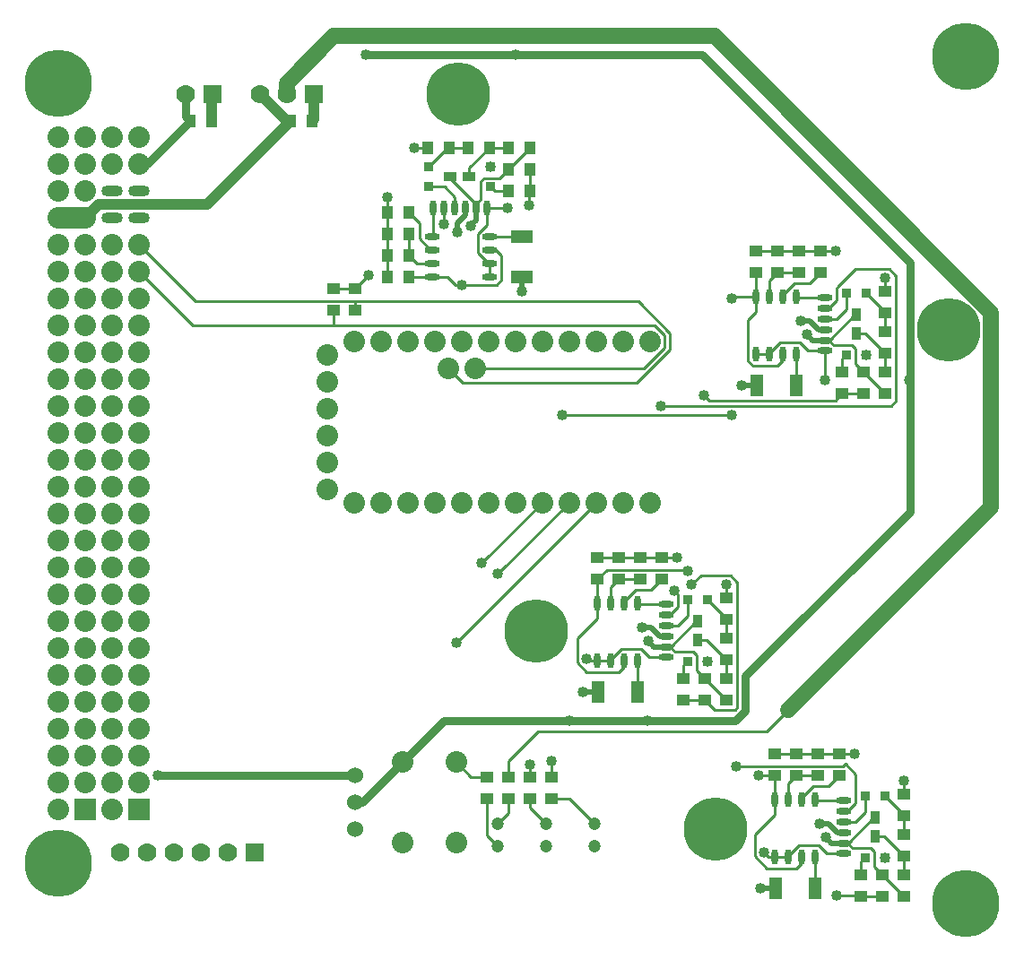
<source format=gtl>
G04 Layer_Physical_Order=1*
G04 Layer_Color=255*
%FSLAX25Y25*%
%MOIN*%
G70*
G01*
G75*
%ADD10R,0.05000X0.04000*%
%ADD11R,0.04000X0.05000*%
%ADD12R,0.04921X0.07874*%
%ADD13O,0.05709X0.02362*%
%ADD14R,0.03600X0.05000*%
%ADD15R,0.03600X0.03600*%
%ADD16O,0.02362X0.05709*%
%ADD17R,0.07874X0.04921*%
%ADD18R,0.05000X0.03600*%
%ADD19R,0.03600X0.03600*%
%ADD20C,0.04000*%
%ADD21C,0.06000*%
%ADD22C,0.01000*%
%ADD23C,0.03000*%
%ADD24C,0.02000*%
%ADD25C,0.08000*%
%ADD26C,0.06000*%
%ADD27C,0.08000*%
%ADD28C,0.04724*%
%ADD29C,0.07000*%
%ADD30R,0.07000X0.07000*%
%ADD31R,0.08000X0.08000*%
%ADD32O,0.08000X0.04000*%
%ADD33C,0.04000*%
%ADD34C,0.23622*%
%ADD35C,0.25000*%
D10*
X-255000Y248500D02*
D03*
Y240500D02*
D03*
X-247000Y248500D02*
D03*
Y240500D02*
D03*
X-198000Y67000D02*
D03*
Y59000D02*
D03*
X-190000D02*
D03*
Y67000D02*
D03*
X-182000Y59000D02*
D03*
Y67000D02*
D03*
X-174000Y59000D02*
D03*
Y67000D02*
D03*
X-98000Y262500D02*
D03*
Y254500D02*
D03*
X-90000Y262500D02*
D03*
Y254500D02*
D03*
X-91000Y75500D02*
D03*
Y67500D02*
D03*
X-83000Y75500D02*
D03*
Y67500D02*
D03*
X-157000Y148500D02*
D03*
Y140500D02*
D03*
X-149000Y148500D02*
D03*
Y140500D02*
D03*
X-67000Y75500D02*
D03*
Y67500D02*
D03*
X-43000Y60500D02*
D03*
Y52500D02*
D03*
Y30500D02*
D03*
Y22500D02*
D03*
X-75000Y75500D02*
D03*
Y67500D02*
D03*
X-43000Y45500D02*
D03*
Y37500D02*
D03*
X-59000Y30500D02*
D03*
Y22500D02*
D03*
X-51000Y30500D02*
D03*
Y22500D02*
D03*
X-133000Y148500D02*
D03*
Y140500D02*
D03*
X-109000Y133500D02*
D03*
Y125500D02*
D03*
Y103500D02*
D03*
Y95500D02*
D03*
X-141000Y148500D02*
D03*
Y140500D02*
D03*
X-109000Y118500D02*
D03*
Y110500D02*
D03*
X-125000Y103500D02*
D03*
Y95500D02*
D03*
X-117000Y103500D02*
D03*
Y95500D02*
D03*
X-82000Y262500D02*
D03*
Y254500D02*
D03*
X-74000Y262500D02*
D03*
Y254500D02*
D03*
X-66000Y217500D02*
D03*
Y209500D02*
D03*
X-58000Y217500D02*
D03*
Y209500D02*
D03*
X-50000Y217500D02*
D03*
Y209500D02*
D03*
Y232500D02*
D03*
Y224500D02*
D03*
Y247500D02*
D03*
Y239500D02*
D03*
D11*
X-235228Y253000D02*
D03*
X-227228D02*
D03*
X-235228Y261000D02*
D03*
X-227228D02*
D03*
X-235228Y277000D02*
D03*
X-227228D02*
D03*
X-220228Y301000D02*
D03*
X-212228D02*
D03*
X-190228D02*
D03*
X-182228D02*
D03*
X-235228Y269000D02*
D03*
X-227228D02*
D03*
X-205228Y301000D02*
D03*
X-197228D02*
D03*
X-190228Y285000D02*
D03*
X-182228D02*
D03*
X-190228Y293000D02*
D03*
X-182228D02*
D03*
X-263000Y311000D02*
D03*
X-271000D02*
D03*
X-300500D02*
D03*
X-308500D02*
D03*
D12*
X-90882Y25500D02*
D03*
X-76118D02*
D03*
X-156882Y98500D02*
D03*
X-142118D02*
D03*
X-97882Y212500D02*
D03*
X-83118D02*
D03*
D13*
X-65500Y38500D02*
D03*
Y42437D02*
D03*
Y46374D02*
D03*
Y50311D02*
D03*
Y54248D02*
D03*
Y58185D02*
D03*
X-131500Y111500D02*
D03*
Y115437D02*
D03*
Y119374D02*
D03*
Y123311D02*
D03*
Y127248D02*
D03*
Y131185D02*
D03*
X-197000Y253000D02*
D03*
Y258000D02*
D03*
Y263000D02*
D03*
Y268000D02*
D03*
X-218457Y253000D02*
D03*
Y258000D02*
D03*
Y263000D02*
D03*
Y268000D02*
D03*
X-72500Y225500D02*
D03*
Y229437D02*
D03*
Y233374D02*
D03*
Y237311D02*
D03*
Y241248D02*
D03*
Y245185D02*
D03*
D14*
X-53700Y45000D02*
D03*
X-53800Y52000D02*
D03*
X-119700Y118000D02*
D03*
X-119800Y125000D02*
D03*
X-60800Y239000D02*
D03*
X-60700Y232000D02*
D03*
D15*
X-50000Y37000D02*
D03*
X-57500D02*
D03*
Y60000D02*
D03*
X-50000D02*
D03*
X-116000Y110000D02*
D03*
X-123500D02*
D03*
Y133000D02*
D03*
X-116000D02*
D03*
X-64500Y247000D02*
D03*
X-57000D02*
D03*
Y224000D02*
D03*
X-64500D02*
D03*
D16*
X-91000Y37272D02*
D03*
X-86000D02*
D03*
X-81000D02*
D03*
X-76000D02*
D03*
X-91000Y58728D02*
D03*
X-86000D02*
D03*
X-81000D02*
D03*
X-76000D02*
D03*
X-157000Y110272D02*
D03*
X-152000D02*
D03*
X-147000D02*
D03*
X-142000D02*
D03*
X-157000Y131728D02*
D03*
X-152000D02*
D03*
X-147000D02*
D03*
X-142000D02*
D03*
X-198228Y278500D02*
D03*
X-202165D02*
D03*
X-206102D02*
D03*
X-210039D02*
D03*
X-213976D02*
D03*
X-217913D02*
D03*
X-98000Y224272D02*
D03*
X-93000D02*
D03*
X-88000D02*
D03*
X-83000D02*
D03*
X-98000Y245728D02*
D03*
X-93000D02*
D03*
X-88000D02*
D03*
X-83000D02*
D03*
D17*
X-185228Y253118D02*
D03*
Y267882D02*
D03*
D18*
X-204728Y290300D02*
D03*
X-211728Y290200D02*
D03*
D19*
X-196728Y294000D02*
D03*
Y286500D02*
D03*
X-219728D02*
D03*
Y294000D02*
D03*
D20*
X-342500Y280000D02*
X-302000D01*
X-347500Y275000D02*
X-342500Y280000D01*
X-300500Y320500D02*
X-300000Y321000D01*
X-300500Y311000D02*
Y320500D01*
X-263000Y311000D02*
X-262500Y311500D01*
Y321000D01*
X-282500Y321000D02*
X-272500Y311000D01*
X-271000D01*
X-302000Y280000D02*
X-271000Y311000D01*
D21*
X-113368Y342500D02*
X-10646Y239777D01*
X-86000Y92000D02*
X-70000Y108000D01*
X-10646Y167354D01*
X-194000Y342500D02*
X-113368D01*
X-255000D02*
X-194000D01*
X-272500Y325000D02*
X-255000Y342500D01*
X-10646Y167354D02*
Y239777D01*
X-272500Y321000D02*
Y325000D01*
D22*
X-247000Y248500D02*
X-242000Y253500D01*
X-255000Y248500D02*
X-247000D01*
Y244000D02*
X-141893D01*
X-247000Y240500D02*
Y244000D01*
X-255000Y235000D02*
X-135722D01*
X-307500D02*
X-255000D01*
Y240500D01*
X-212500Y219000D02*
X-207000Y213500D01*
X-142393D01*
X-130000Y225893D01*
Y232107D01*
X-141893Y244000D02*
X-130000Y232107D01*
X-202500Y219000D02*
X-139722D01*
X-132000Y226722D01*
Y231278D01*
X-135722Y235000D02*
X-132000Y231278D01*
X-117500Y209000D02*
X-115563Y207063D01*
X-182000Y67000D02*
Y71500D01*
X-179000Y84000D02*
X-94000D01*
X-190000Y73000D02*
X-179000Y84000D01*
X-190000Y67000D02*
Y73000D01*
X-200000Y146500D02*
X-177500Y169000D01*
X-174000Y67000D02*
Y73000D01*
X-194000Y142500D02*
X-167500Y169000D01*
X-209500Y117000D02*
X-157500Y169000D01*
X-94000Y84000D02*
X-86000Y92000D01*
X-209500Y72500D02*
X-204000Y67000D01*
X-198000D01*
Y45232D02*
X-194000Y41232D01*
X-198000Y45232D02*
Y59000D01*
X-194000Y49500D02*
X-190000Y53500D01*
Y59000D01*
X-182000Y55500D02*
X-176000Y49500D01*
X-182000Y55500D02*
Y59000D01*
X-167500D02*
X-158000Y49500D01*
X-174000Y59000D02*
X-167500D01*
X-170000Y201500D02*
X-107000D01*
X-72500Y214500D02*
Y225500D01*
X-198228Y278500D02*
X-190500D01*
X-47816Y205063D02*
X-46000Y206879D01*
X-133563Y205063D02*
X-47816D01*
X-116500Y118000D02*
X-109000Y110500D01*
X-119700Y118000D02*
X-116500D01*
X-160981Y110931D02*
X-160322Y110272D01*
X-157000D01*
X-160917Y105917D02*
X-149083D01*
X-164500Y109500D02*
X-160917Y105917D01*
X-164500Y109500D02*
Y118500D01*
X-157000Y126000D01*
X-105500Y71000D02*
X-65879D01*
X-64879Y72000D01*
X-94981Y38931D02*
X-93322Y37272D01*
X-91000D01*
X-98500Y45500D02*
X-91000Y53000D01*
X-98500Y37500D02*
Y45500D01*
Y37500D02*
X-93917Y32917D01*
X-83083D01*
X-117000Y95500D02*
X-113500Y92000D01*
X-105879D01*
X-105000Y92879D01*
Y139450D01*
X-107550Y142000D02*
X-105000Y139450D01*
X-118500Y142000D02*
X-107550D01*
X-122000Y138500D02*
X-118500Y142000D01*
X-68000Y23050D02*
X-59550D01*
X-61000Y57220D02*
Y68121D01*
X-64879Y72000D02*
X-61000Y68121D01*
X-125000Y95500D02*
X-117000D01*
X-128500Y136500D02*
X-128379Y136379D01*
X-97000Y67500D02*
X-91000D01*
X-157000Y140500D02*
X-153500Y144000D01*
X-124000D01*
X-123500Y143500D01*
X-106272Y245728D02*
X-98000D01*
X-107000Y245000D02*
X-106272Y245728D01*
X-115563Y207063D02*
X-68437D01*
X-46000Y206879D02*
Y253450D01*
X-68437Y207063D02*
X-66000Y209500D01*
X-182500Y279500D02*
Y284728D01*
X-214000Y272500D02*
Y278476D01*
X-207500Y250000D02*
X-194535D01*
X-209728D02*
X-207500D01*
X-67800Y249200D02*
Y249421D01*
X-61221Y256000D01*
X-48550D01*
X-46000Y253450D01*
X-218457Y253000D02*
X-212728D01*
X-67000Y75500D02*
X-61500D01*
X-43000Y60500D02*
Y65500D01*
Y52500D02*
Y53000D01*
X-65500Y42437D02*
X-63937D01*
X-63863D01*
X-65500Y54248D02*
X-63972D01*
X-61000Y57220D01*
X-63863Y42437D02*
X-54300Y52000D01*
X-57500Y54000D02*
Y60000D01*
X-65500Y50311D02*
X-61189D01*
X-57500Y54000D01*
X-50000Y60000D02*
X-43000Y53000D01*
X-75000Y75500D02*
X-67000D01*
X-83000D02*
X-75000D01*
X-83000Y67500D02*
X-75000D01*
X-43000Y45500D02*
Y52500D01*
X-53700Y45000D02*
X-50500D01*
X-43000Y37500D01*
Y30500D02*
Y37500D01*
X-59000Y35500D02*
X-57500Y37000D01*
X-59000Y30500D02*
Y35500D01*
X-91000Y75500D02*
X-83000D01*
X-63937Y42437D02*
X-62100Y40600D01*
X-55379D01*
X-54200Y39421D01*
Y33700D02*
Y39421D01*
Y33700D02*
X-51000Y30500D01*
X-43000Y22500D01*
X-59000D02*
X-51000D01*
X-86000Y37736D02*
X-82111Y41626D01*
X-74889D01*
X-71763Y38500D01*
X-91000Y37272D02*
X-86000D01*
Y37736D01*
X-71763Y38500D02*
X-65500D01*
X-76000Y28618D02*
Y37272D01*
X-91000Y58728D02*
Y67500D01*
Y53000D02*
Y58728D01*
X-81000Y35000D02*
Y37272D01*
X-83083Y32917D02*
X-81000Y35000D01*
X-86000Y58728D02*
Y64500D01*
X-83000Y67500D01*
X-71000Y63500D02*
X-67000Y67500D01*
X-76693Y63500D02*
X-71000D01*
X-81000Y58728D02*
Y59193D01*
X-76693Y63500D01*
X-76000Y58728D02*
X-75457Y58185D01*
X-65500D01*
X-133000Y148500D02*
X-127500D01*
X-109000Y133500D02*
Y138500D01*
Y125500D02*
Y126000D01*
X-131500Y115437D02*
X-129937D01*
X-129863D01*
X-127000Y130220D02*
Y135000D01*
X-131500Y127248D02*
X-129972D01*
X-127000Y130220D01*
X-129863Y115437D02*
X-120300Y125000D01*
X-123500Y127000D02*
Y133000D01*
X-131500Y123311D02*
X-127189D01*
X-123500Y127000D01*
X-116000Y133000D02*
X-109000Y126000D01*
X-141000Y148500D02*
X-133000D01*
X-149000D02*
X-141000D01*
X-149000Y140500D02*
X-141000D01*
X-109000Y118500D02*
Y125500D01*
Y103500D02*
Y110500D01*
X-125000Y108500D02*
X-123500Y110000D01*
X-125000Y103500D02*
Y108500D01*
X-157000Y148500D02*
X-149000D01*
X-129937Y115437D02*
X-128100Y113600D01*
X-121379D01*
X-120200Y106700D02*
Y112421D01*
X-121379Y113600D02*
X-120200Y112421D01*
Y106700D02*
X-117000Y103500D01*
X-109000Y95500D01*
X-152000Y110737D02*
X-148110Y114626D01*
X-140890D01*
X-137764Y111500D01*
X-157000Y110272D02*
X-152000D01*
Y110737D01*
X-137764Y111500D02*
X-131500D01*
X-142000Y101618D02*
Y110272D01*
X-157000Y131728D02*
Y140500D01*
Y126000D02*
Y131728D01*
X-147000Y108000D02*
Y110272D01*
X-149083Y105917D02*
X-147000Y108000D01*
X-152000Y131728D02*
Y137500D01*
X-149000Y140500D01*
X-137000Y136500D02*
X-133000Y140500D01*
X-142693Y136500D02*
X-137000D01*
X-147000Y131728D02*
Y132193D01*
X-142693Y136500D01*
X-142000Y131728D02*
X-141457Y131185D01*
X-131500D01*
X-74000Y262500D02*
X-68500D01*
X-50000Y247500D02*
Y252500D01*
Y239500D02*
Y240000D01*
X-72500Y229437D02*
X-70937D01*
X-70863D01*
X-68000Y244220D02*
Y249000D01*
X-72500Y241248D02*
X-70972D01*
X-68000Y244220D01*
X-70863Y229437D02*
X-61300Y239000D01*
X-64500Y241000D02*
Y247000D01*
X-72500Y237311D02*
X-68189D01*
X-64500Y241000D01*
X-57000Y247000D02*
X-50000Y240000D01*
X-82000Y262500D02*
X-74000D01*
X-90000D02*
X-82000D01*
X-90000Y254500D02*
X-82000D01*
X-50000Y232500D02*
Y239500D01*
X-60700Y232000D02*
X-57500D01*
X-50000Y224500D01*
Y217500D02*
Y224500D01*
X-66000Y222500D02*
X-64500Y224000D01*
X-66000Y217500D02*
Y222500D01*
X-98000Y262500D02*
X-90000D01*
X-70937Y229437D02*
X-69100Y227600D01*
X-62379D01*
X-61200Y220700D02*
Y226421D01*
X-62379Y227600D02*
X-61200Y226421D01*
Y220700D02*
X-58000Y217500D01*
X-50000Y209500D01*
X-66000D02*
X-58000D01*
X-93000Y224736D02*
X-89110Y228626D01*
X-81889D01*
X-78764Y225500D01*
X-98000Y224272D02*
X-93000D01*
Y224736D01*
X-78764Y225500D02*
X-72500D01*
X-83000Y215618D02*
Y224272D01*
X-98000Y245728D02*
Y254500D01*
X-101000Y237000D02*
X-98000Y240000D01*
Y245728D01*
X-101000Y221807D02*
X-99111Y219917D01*
X-101000Y221807D02*
Y237000D01*
X-99111Y219917D02*
X-90083D01*
X-88000Y222000D02*
Y224272D01*
X-90083Y219917D02*
X-88000Y222000D01*
X-93000Y245728D02*
Y251500D01*
X-90000Y254500D01*
X-78000Y250500D02*
X-74000Y254500D01*
X-83693Y250500D02*
X-78000D01*
X-88000Y245728D02*
Y246193D01*
X-83693Y250500D01*
X-83000Y245728D02*
X-82457Y245185D01*
X-72500D01*
X-202165Y280063D02*
Y280137D01*
Y278500D02*
Y280063D01*
X-200328Y281900D01*
Y288621D01*
X-211728Y289700D02*
X-202165Y280137D01*
X-210039Y278500D02*
Y282811D01*
X-213976Y278500D02*
Y280028D01*
X-235228Y277000D02*
Y282500D01*
X-225228Y301000D02*
X-220228D01*
X-212728D02*
X-212228D01*
X-213728Y286500D02*
X-210039Y282811D01*
X-219728Y286500D02*
X-213728D01*
X-219728Y294000D02*
X-212728Y301000D01*
X-235228Y261000D02*
Y269000D01*
Y277000D01*
X-227228Y261000D02*
Y269000D01*
X-212228Y301000D02*
X-205228D01*
X-204728Y290300D02*
Y293500D01*
X-197228Y301000D01*
X-190228D01*
X-195228Y285000D02*
X-190228D01*
X-196728Y286500D02*
X-195228Y285000D01*
X-235228Y253000D02*
Y261000D01*
X-190228Y293000D02*
X-182228Y301000D01*
X-199150Y289800D02*
X-193428D01*
X-200328Y288621D02*
X-199150Y289800D01*
X-193428D02*
X-190228Y293000D01*
X-182228Y285000D02*
Y293000D01*
X-197000Y253000D02*
Y258000D01*
X-197465D02*
X-197000D01*
X-198228Y272236D02*
Y278500D01*
X-201354Y261890D02*
X-197465Y258000D01*
X-201354Y261890D02*
Y269110D01*
X-198228Y272236D01*
X-197000Y268000D02*
X-188347D01*
X-194535Y250000D02*
X-192646Y251889D01*
X-212728Y253000D02*
X-209728Y250000D01*
X-227228Y253000D02*
X-218457D01*
X-194728Y263000D02*
X-192646Y260917D01*
Y251889D02*
Y260917D01*
X-197000Y263000D02*
X-194728D01*
X-224228Y258000D02*
X-218457D01*
X-227228Y261000D02*
X-224228Y258000D01*
X-218922Y263000D02*
X-218457D01*
X-223228Y267307D02*
X-218922Y263000D01*
X-223228Y267307D02*
Y273000D01*
X-227228Y277000D02*
X-223228Y273000D01*
X-218457Y268000D02*
X-217913Y268543D01*
Y278500D01*
X-306500Y244000D02*
X-247000D01*
X-327500Y265000D02*
X-306500Y244000D01*
X-327500Y255000D02*
X-307500Y235000D01*
D23*
X-102000Y104500D02*
X-40768Y165732D01*
X-243000Y335500D02*
X-187500D01*
X-118000D02*
X-40768Y258268D01*
X-187500Y335500D02*
X-118000D01*
X-40768Y165732D02*
Y258268D01*
X-102000Y91636D02*
Y104500D01*
X-105636Y88000D02*
X-102000Y91636D01*
X-138500Y88000D02*
X-105636D01*
X-167500D02*
X-138500D01*
X-214000D02*
X-167500D01*
X-229500Y72500D02*
X-214000Y88000D01*
X-320500Y67500D02*
X-247500D01*
X-244500Y57500D02*
X-229500Y72500D01*
X-247000Y57500D02*
X-244500D01*
X-327500Y295000D02*
X-324500D01*
X-308500Y311000D01*
X-310000Y312500D02*
X-308500Y311000D01*
X-310000Y312500D02*
Y321000D01*
D24*
X-96500Y25500D02*
X-90882D01*
X-71500Y44000D02*
X-69937Y42437D01*
X-65500D01*
X-74500Y49500D02*
X-71000D01*
X-67874Y46374D02*
X-65500D01*
X-71000Y49500D02*
X-67874Y46374D01*
X-162500Y98500D02*
X-156882D01*
X-137500Y117000D02*
X-135937Y115437D01*
X-131500D01*
X-140500Y122500D02*
X-137000D01*
X-133874Y119374D02*
X-131500D01*
X-137000Y122500D02*
X-133874Y119374D01*
X-103500Y212500D02*
X-97882D01*
X-78500Y231000D02*
X-76937Y229437D01*
X-72500D01*
X-81500Y236500D02*
X-78000D01*
X-74874Y233374D02*
X-72500D01*
X-78000Y236500D02*
X-74874Y233374D01*
X-203728Y272500D02*
X-202165Y274063D01*
Y278500D01*
X-209228Y269500D02*
Y273000D01*
X-206102Y276126D01*
Y278500D01*
X-185228Y247500D02*
Y253118D01*
D25*
X-357500Y275000D02*
X-347500D01*
D26*
X-247000Y47500D02*
D03*
Y57500D02*
D03*
Y67500D02*
D03*
D27*
X-209500Y42500D02*
D03*
Y72500D02*
D03*
X-229500Y42500D02*
D03*
Y72500D02*
D03*
X-247500Y169000D02*
D03*
X-237500D02*
D03*
X-227500D02*
D03*
X-217500D02*
D03*
X-207500D02*
D03*
X-197500D02*
D03*
X-187500D02*
D03*
X-177500D02*
D03*
X-167500D02*
D03*
X-157500D02*
D03*
X-147500D02*
D03*
X-137500D02*
D03*
X-247500Y229000D02*
D03*
X-237500D02*
D03*
X-227500D02*
D03*
X-217500D02*
D03*
X-207500D02*
D03*
X-197500D02*
D03*
X-187500D02*
D03*
X-177500D02*
D03*
X-167500D02*
D03*
X-157500D02*
D03*
X-147500D02*
D03*
X-137500D02*
D03*
X-212500Y219000D02*
D03*
X-202500D02*
D03*
X-257500Y174000D02*
D03*
Y184000D02*
D03*
Y194000D02*
D03*
Y204000D02*
D03*
Y214000D02*
D03*
Y224000D02*
D03*
X-357500Y125000D02*
D03*
Y105000D02*
D03*
Y115000D02*
D03*
Y155000D02*
D03*
Y165000D02*
D03*
Y135000D02*
D03*
Y145000D02*
D03*
Y65000D02*
D03*
Y55000D02*
D03*
Y95000D02*
D03*
Y75000D02*
D03*
Y85000D02*
D03*
Y195000D02*
D03*
Y175000D02*
D03*
Y185000D02*
D03*
Y225000D02*
D03*
Y235000D02*
D03*
Y205000D02*
D03*
Y215000D02*
D03*
Y265000D02*
D03*
Y275000D02*
D03*
Y245000D02*
D03*
Y255000D02*
D03*
Y285000D02*
D03*
Y295000D02*
D03*
Y305000D02*
D03*
X-347500Y85000D02*
D03*
Y95000D02*
D03*
Y65000D02*
D03*
Y75000D02*
D03*
Y125000D02*
D03*
Y135000D02*
D03*
Y105000D02*
D03*
Y115000D02*
D03*
Y165000D02*
D03*
Y175000D02*
D03*
Y145000D02*
D03*
Y155000D02*
D03*
Y215000D02*
D03*
Y185000D02*
D03*
Y195000D02*
D03*
Y235000D02*
D03*
Y225000D02*
D03*
Y255000D02*
D03*
Y265000D02*
D03*
Y205000D02*
D03*
Y245000D02*
D03*
Y295000D02*
D03*
Y305000D02*
D03*
Y275000D02*
D03*
Y285000D02*
D03*
X-337500Y125000D02*
D03*
Y105000D02*
D03*
Y115000D02*
D03*
Y155000D02*
D03*
Y165000D02*
D03*
Y135000D02*
D03*
Y145000D02*
D03*
Y65000D02*
D03*
Y55000D02*
D03*
Y95000D02*
D03*
Y75000D02*
D03*
Y85000D02*
D03*
Y195000D02*
D03*
Y175000D02*
D03*
Y185000D02*
D03*
Y225000D02*
D03*
Y235000D02*
D03*
Y205000D02*
D03*
Y215000D02*
D03*
Y265000D02*
D03*
Y245000D02*
D03*
Y255000D02*
D03*
Y295000D02*
D03*
Y305000D02*
D03*
X-327500Y85000D02*
D03*
Y95000D02*
D03*
Y65000D02*
D03*
Y75000D02*
D03*
Y125000D02*
D03*
Y135000D02*
D03*
Y105000D02*
D03*
Y115000D02*
D03*
Y165000D02*
D03*
Y175000D02*
D03*
Y145000D02*
D03*
Y155000D02*
D03*
Y215000D02*
D03*
Y185000D02*
D03*
Y195000D02*
D03*
Y235000D02*
D03*
Y225000D02*
D03*
Y255000D02*
D03*
Y265000D02*
D03*
Y205000D02*
D03*
Y245000D02*
D03*
Y295000D02*
D03*
Y305000D02*
D03*
D28*
X-194000Y41232D02*
D03*
Y49500D02*
D03*
X-176000Y41232D02*
D03*
Y49500D02*
D03*
X-158000Y41232D02*
D03*
Y49500D02*
D03*
D29*
X-334500Y39000D02*
D03*
X-324500Y39000D02*
D03*
X-314500Y39000D02*
D03*
X-294500Y39000D02*
D03*
X-304500Y39000D02*
D03*
X-282500Y321000D02*
D03*
X-272500Y321000D02*
D03*
X-310000D02*
D03*
D30*
X-284500Y39000D02*
D03*
X-262500Y321000D02*
D03*
X-300000D02*
D03*
D31*
X-347500Y55000D02*
D03*
X-327500D02*
D03*
D32*
X-337500Y275000D02*
D03*
Y285000D02*
D03*
X-327500Y275000D02*
D03*
Y285000D02*
D03*
D33*
X-40868Y269632D02*
D03*
X-242000Y253500D02*
D03*
X-107000Y201500D02*
D03*
X-117500Y209000D02*
D03*
X-133500Y205000D02*
D03*
X-170000Y201500D02*
D03*
X-182000Y71500D02*
D03*
X-200000Y146500D02*
D03*
X-174000Y73000D02*
D03*
X-194000Y142500D02*
D03*
X-209500Y117000D02*
D03*
X-86000Y92000D02*
D03*
X-194000Y342500D02*
D03*
X-243000Y335500D02*
D03*
X-187500D02*
D03*
X-41000Y214500D02*
D03*
X-72500D02*
D03*
X-190500Y278500D02*
D03*
X-116000Y110000D02*
D03*
X-167500Y88000D02*
D03*
X-160981Y110931D02*
D03*
X-138500Y88000D02*
D03*
X-105500Y71000D02*
D03*
X-94981Y38931D02*
D03*
X-122000Y138500D02*
D03*
X-70000Y108000D02*
D03*
X-68000Y23050D02*
D03*
X-128379Y136379D02*
D03*
X-97000Y67500D02*
D03*
X-123500Y143500D02*
D03*
X-107000Y245000D02*
D03*
X-182500Y279500D02*
D03*
X-214000Y272500D02*
D03*
X-207500Y250000D02*
D03*
X-196728Y294000D02*
D03*
X-61500Y75500D02*
D03*
X-43000Y65500D02*
D03*
X-96500Y25500D02*
D03*
X-72000Y44500D02*
D03*
X-74500Y49500D02*
D03*
X-50000Y37000D02*
D03*
X-127500Y148500D02*
D03*
X-109000Y138500D02*
D03*
X-162500Y98500D02*
D03*
X-138000Y117500D02*
D03*
X-140500Y122500D02*
D03*
X-68500Y262500D02*
D03*
X-50000Y252500D02*
D03*
X-103500Y212500D02*
D03*
X-79000Y231500D02*
D03*
X-81500Y236500D02*
D03*
X-57000Y224000D02*
D03*
X-204228Y272000D02*
D03*
X-209228Y269500D02*
D03*
X-320500Y67500D02*
D03*
X-235228Y282500D02*
D03*
X-225228Y301000D02*
D03*
X-185228Y247500D02*
D03*
X-357500Y44500D02*
D03*
Y25500D02*
D03*
X-365500Y40000D02*
D03*
Y30000D02*
D03*
X-349500Y40000D02*
D03*
Y30000D02*
D03*
X-12000Y15000D02*
D03*
Y25000D02*
D03*
X-28000Y15000D02*
D03*
Y25000D02*
D03*
X-20000Y10500D02*
D03*
Y29500D02*
D03*
X-349500Y320000D02*
D03*
Y330000D02*
D03*
X-365500Y320000D02*
D03*
Y330000D02*
D03*
X-357500Y315500D02*
D03*
Y334500D02*
D03*
X-12000Y330000D02*
D03*
Y340000D02*
D03*
X-28000Y330000D02*
D03*
Y340000D02*
D03*
X-20000Y325500D02*
D03*
Y344500D02*
D03*
D34*
X-26457Y233228D02*
D03*
X-179685Y121299D02*
D03*
X-208622Y320866D02*
D03*
X-113228Y47520D02*
D03*
D35*
X-20000Y20000D02*
D03*
Y335000D02*
D03*
X-357500Y325000D02*
D03*
Y35000D02*
D03*
M02*

</source>
